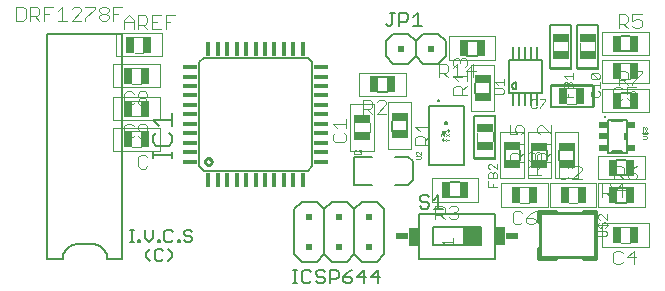
<source format=gto>
G75*
%MOIN*%
%OFA0B0*%
%FSLAX25Y25*%
%IPPOS*%
%LPD*%
%AMOC8*
5,1,8,0,0,1.08239X$1,22.5*
%
%ADD10C,0.00700*%
%ADD11C,0.00200*%
%ADD12C,0.00400*%
%ADD13R,0.02953X0.05709*%
%ADD14R,0.05709X0.02953*%
%ADD15C,0.00800*%
%ADD16C,0.00100*%
%ADD17C,0.01000*%
%ADD18C,0.00600*%
%ADD19R,0.01574X0.04528*%
%ADD20R,0.01575X0.04528*%
%ADD21R,0.01575X0.04528*%
%ADD22R,0.04528X0.01574*%
%ADD23R,0.04528X0.01575*%
%ADD24R,0.04528X0.01575*%
%ADD25C,0.00500*%
%ADD26R,0.02000X0.02000*%
%ADD27R,0.05512X0.02559*%
%ADD28R,0.02559X0.05512*%
%ADD29C,0.00300*%
%ADD30R,0.06000X0.06000*%
%ADD31R,0.03600X0.05900*%
%ADD32R,0.04200X0.02400*%
%ADD33R,0.02559X0.01969*%
%ADD34C,0.01000*%
%ADD35R,0.00984X0.03937*%
D10*
X0040610Y0016739D02*
X0041953Y0016739D01*
X0041282Y0016739D02*
X0041282Y0020767D01*
X0041953Y0020767D02*
X0040610Y0020767D01*
X0045686Y0020767D02*
X0045686Y0018082D01*
X0047028Y0016739D01*
X0048371Y0018082D01*
X0048371Y0020767D01*
X0052211Y0020096D02*
X0052211Y0017411D01*
X0052882Y0016739D01*
X0054225Y0016739D01*
X0054896Y0017411D01*
X0056561Y0017411D02*
X0057232Y0017411D01*
X0057232Y0016739D01*
X0056561Y0016739D01*
X0056561Y0017411D01*
X0058736Y0017411D02*
X0059407Y0016739D01*
X0060750Y0016739D01*
X0061421Y0017411D01*
X0061421Y0018082D01*
X0060750Y0018753D01*
X0059407Y0018753D01*
X0058736Y0019425D01*
X0058736Y0020096D01*
X0059407Y0020767D01*
X0060750Y0020767D01*
X0061421Y0020096D01*
X0054896Y0020096D02*
X0054225Y0020767D01*
X0052882Y0020767D01*
X0052211Y0020096D01*
X0050707Y0017411D02*
X0050707Y0016739D01*
X0050036Y0016739D01*
X0050036Y0017411D01*
X0050707Y0017411D01*
X0050906Y0014335D02*
X0049563Y0014335D01*
X0048892Y0013664D01*
X0048892Y0010978D01*
X0049563Y0010307D01*
X0050906Y0010307D01*
X0051577Y0010978D01*
X0053242Y0010307D02*
X0054584Y0011650D01*
X0054584Y0012992D01*
X0053242Y0014335D01*
X0051577Y0013664D02*
X0050906Y0014335D01*
X0047334Y0014335D02*
X0045991Y0012992D01*
X0045991Y0011650D01*
X0047334Y0010307D01*
X0044182Y0016739D02*
X0043510Y0016739D01*
X0043510Y0017411D01*
X0044182Y0017411D01*
X0044182Y0016739D01*
D11*
X0050630Y0047098D02*
X0035094Y0047098D01*
X0035094Y0054838D01*
X0050630Y0054838D01*
X0050630Y0047098D01*
X0050621Y0057317D02*
X0035086Y0057317D01*
X0035086Y0065057D01*
X0050621Y0065057D01*
X0050621Y0057317D01*
X0050621Y0068241D02*
X0035086Y0068241D01*
X0035086Y0075981D01*
X0050621Y0075981D01*
X0050621Y0068241D01*
X0051423Y0078560D02*
X0035888Y0078560D01*
X0035888Y0086300D01*
X0051423Y0086300D01*
X0051423Y0078560D01*
X0114169Y0062560D02*
X0114169Y0047025D01*
X0121909Y0047025D01*
X0121909Y0062560D01*
X0114169Y0062560D01*
X0117077Y0065436D02*
X0117077Y0073176D01*
X0132612Y0073176D01*
X0132612Y0065436D01*
X0117077Y0065436D01*
X0126779Y0063223D02*
X0134519Y0063223D01*
X0134519Y0047688D01*
X0126779Y0047688D01*
X0126779Y0063223D01*
X0144540Y0052588D02*
X0144706Y0052588D01*
X0145374Y0051921D01*
X0145540Y0051921D01*
X0145540Y0052588D01*
X0146040Y0052588D02*
X0147040Y0051921D01*
X0147040Y0052588D02*
X0146040Y0051921D01*
X0146040Y0051088D02*
X0146206Y0051088D01*
X0146540Y0050754D01*
X0147040Y0050754D01*
X0146540Y0050754D02*
X0146206Y0050421D01*
X0146040Y0050421D01*
X0145640Y0050821D02*
X0144640Y0050821D01*
X0145140Y0051321D01*
X0144640Y0050821D02*
X0145140Y0050321D01*
X0144540Y0051921D02*
X0144540Y0052588D01*
X0145040Y0053321D02*
X0145042Y0053341D01*
X0145048Y0053359D01*
X0145057Y0053377D01*
X0145069Y0053392D01*
X0145084Y0053404D01*
X0145102Y0053413D01*
X0145120Y0053419D01*
X0145140Y0053421D01*
X0145160Y0053419D01*
X0145178Y0053413D01*
X0145196Y0053404D01*
X0145211Y0053392D01*
X0145223Y0053377D01*
X0145232Y0053359D01*
X0145238Y0053341D01*
X0145240Y0053321D01*
X0145238Y0053301D01*
X0145232Y0053283D01*
X0145223Y0053265D01*
X0145211Y0053250D01*
X0145196Y0053238D01*
X0145178Y0053229D01*
X0145160Y0053223D01*
X0145140Y0053221D01*
X0145120Y0053223D01*
X0145102Y0053229D01*
X0145084Y0053238D01*
X0145069Y0053250D01*
X0145057Y0053265D01*
X0145048Y0053283D01*
X0145042Y0053301D01*
X0145040Y0053321D01*
X0144640Y0053321D02*
X0144642Y0053365D01*
X0144648Y0053409D01*
X0144658Y0053452D01*
X0144671Y0053494D01*
X0144688Y0053535D01*
X0144709Y0053574D01*
X0144733Y0053611D01*
X0144760Y0053646D01*
X0144790Y0053678D01*
X0144823Y0053708D01*
X0144859Y0053734D01*
X0144896Y0053758D01*
X0144936Y0053777D01*
X0144977Y0053794D01*
X0145020Y0053806D01*
X0145063Y0053815D01*
X0145107Y0053820D01*
X0145151Y0053821D01*
X0145195Y0053818D01*
X0145239Y0053811D01*
X0145282Y0053800D01*
X0145324Y0053786D01*
X0145364Y0053768D01*
X0145403Y0053746D01*
X0145439Y0053722D01*
X0145473Y0053694D01*
X0145505Y0053663D01*
X0145534Y0053629D01*
X0145560Y0053593D01*
X0145582Y0053555D01*
X0145601Y0053515D01*
X0145616Y0053473D01*
X0145628Y0053431D01*
X0145636Y0053387D01*
X0145640Y0053343D01*
X0145640Y0053299D01*
X0145636Y0053255D01*
X0145628Y0053211D01*
X0145616Y0053169D01*
X0145601Y0053127D01*
X0145582Y0053087D01*
X0145560Y0053049D01*
X0145534Y0053013D01*
X0145505Y0052979D01*
X0145473Y0052948D01*
X0145439Y0052920D01*
X0145403Y0052896D01*
X0145364Y0052874D01*
X0145324Y0052856D01*
X0145282Y0052842D01*
X0145239Y0052831D01*
X0145195Y0052824D01*
X0145151Y0052821D01*
X0145107Y0052822D01*
X0145063Y0052827D01*
X0145020Y0052836D01*
X0144977Y0052848D01*
X0144936Y0052865D01*
X0144896Y0052884D01*
X0144859Y0052908D01*
X0144823Y0052934D01*
X0144790Y0052964D01*
X0144760Y0052996D01*
X0144733Y0053031D01*
X0144709Y0053068D01*
X0144688Y0053107D01*
X0144671Y0053148D01*
X0144658Y0053190D01*
X0144648Y0053233D01*
X0144642Y0053277D01*
X0144640Y0053321D01*
X0146140Y0053821D02*
X0146640Y0054321D01*
X0147140Y0053821D01*
X0146640Y0053321D02*
X0146640Y0054321D01*
X0155494Y0059069D02*
X0162447Y0059069D01*
X0162447Y0044321D01*
X0155494Y0044321D01*
X0155494Y0059069D01*
X0154410Y0060254D02*
X0162150Y0060254D01*
X0162150Y0075789D01*
X0154410Y0075789D01*
X0154410Y0060254D01*
X0164210Y0053389D02*
X0171950Y0053389D01*
X0171950Y0037854D01*
X0164210Y0037854D01*
X0164210Y0053389D01*
X0173310Y0053389D02*
X0181050Y0053389D01*
X0181050Y0037854D01*
X0173310Y0037854D01*
X0173310Y0053389D01*
X0182410Y0053389D02*
X0190150Y0053389D01*
X0190150Y0037854D01*
X0182410Y0037854D01*
X0182410Y0053389D01*
X0196712Y0045292D02*
X0212248Y0045292D01*
X0212248Y0037552D01*
X0196712Y0037552D01*
X0196712Y0045292D01*
X0196712Y0036192D02*
X0196712Y0028452D01*
X0212248Y0028452D01*
X0212248Y0036192D01*
X0196712Y0036192D01*
X0196148Y0036192D02*
X0196148Y0028452D01*
X0180612Y0028452D01*
X0180612Y0036192D01*
X0196148Y0036192D01*
X0180048Y0036192D02*
X0180048Y0028452D01*
X0164512Y0028452D01*
X0164512Y0036192D01*
X0180048Y0036192D01*
X0196807Y0025572D02*
X0196807Y0024637D01*
X0197274Y0024170D01*
X0197274Y0023276D02*
X0196807Y0022809D01*
X0196807Y0021875D01*
X0197274Y0021408D01*
X0197741Y0021408D01*
X0198208Y0021875D01*
X0198208Y0022809D01*
X0198675Y0023276D01*
X0199142Y0023276D01*
X0199609Y0022809D01*
X0199609Y0021875D01*
X0199142Y0021408D01*
X0199142Y0020514D02*
X0196807Y0020514D01*
X0196807Y0018646D02*
X0199142Y0018646D01*
X0199609Y0019113D01*
X0199609Y0020047D01*
X0199142Y0020514D01*
X0200076Y0022342D02*
X0196340Y0022342D01*
X0198112Y0022892D02*
X0198112Y0015152D01*
X0213648Y0015152D01*
X0213648Y0022892D01*
X0198112Y0022892D01*
X0199609Y0024170D02*
X0197741Y0026039D01*
X0197274Y0026039D01*
X0196807Y0025572D01*
X0199609Y0026039D02*
X0199609Y0024170D01*
X0156769Y0030170D02*
X0156769Y0037911D01*
X0141233Y0037911D01*
X0141233Y0030170D01*
X0156769Y0030170D01*
X0198112Y0059952D02*
X0198112Y0067692D01*
X0213648Y0067692D01*
X0213648Y0059952D01*
X0198112Y0059952D01*
X0195426Y0061874D02*
X0195426Y0068827D01*
X0180678Y0068827D01*
X0180678Y0061874D01*
X0195426Y0061874D01*
X0198112Y0069752D02*
X0198112Y0077492D01*
X0213648Y0077492D01*
X0213648Y0069752D01*
X0198112Y0069752D01*
X0196732Y0074401D02*
X0189779Y0074401D01*
X0189779Y0089149D01*
X0196732Y0089149D01*
X0196732Y0074401D01*
X0187710Y0074412D02*
X0180757Y0074412D01*
X0180757Y0089160D01*
X0187710Y0089160D01*
X0187710Y0074412D01*
X0198112Y0078852D02*
X0198112Y0086592D01*
X0213648Y0086592D01*
X0213648Y0078852D01*
X0198112Y0078852D01*
X0162548Y0077452D02*
X0162548Y0085192D01*
X0147012Y0085192D01*
X0147012Y0077452D01*
X0162548Y0077452D01*
D12*
X0155178Y0076126D02*
X0152876Y0073824D01*
X0155945Y0073824D01*
X0153080Y0073395D02*
X0153080Y0070326D01*
X0153080Y0071860D02*
X0148476Y0071860D01*
X0150011Y0070326D01*
X0149807Y0071522D02*
X0149807Y0076126D01*
X0148272Y0074591D01*
X0149243Y0074930D02*
X0148476Y0075697D01*
X0148476Y0077232D01*
X0149243Y0077999D01*
X0150011Y0077999D01*
X0150778Y0077232D01*
X0151545Y0077999D01*
X0152313Y0077999D01*
X0153080Y0077232D01*
X0153080Y0075697D01*
X0152313Y0074930D01*
X0150778Y0076464D02*
X0150778Y0077232D01*
X0146738Y0075358D02*
X0146738Y0073824D01*
X0145970Y0073056D01*
X0143668Y0073056D01*
X0143668Y0071522D02*
X0143668Y0076126D01*
X0145970Y0076126D01*
X0146738Y0075358D01*
X0145203Y0073056D02*
X0146738Y0071522D01*
X0148272Y0071522D02*
X0151341Y0071522D01*
X0155178Y0071522D02*
X0155178Y0076126D01*
X0153080Y0068791D02*
X0151545Y0067256D01*
X0151545Y0068024D02*
X0151545Y0065722D01*
X0153080Y0065722D02*
X0148476Y0065722D01*
X0148476Y0068024D01*
X0149243Y0068791D01*
X0150778Y0068791D01*
X0151545Y0068024D01*
X0140449Y0056621D02*
X0140449Y0053552D01*
X0140449Y0052017D02*
X0138915Y0050482D01*
X0138915Y0051250D02*
X0138915Y0048948D01*
X0140449Y0048948D02*
X0135845Y0048948D01*
X0135845Y0051250D01*
X0136613Y0052017D01*
X0138147Y0052017D01*
X0138915Y0051250D01*
X0137380Y0053552D02*
X0135845Y0055086D01*
X0140449Y0055086D01*
X0126010Y0059506D02*
X0122941Y0059506D01*
X0126010Y0062575D01*
X0126010Y0063343D01*
X0125243Y0064110D01*
X0123708Y0064110D01*
X0122941Y0063343D01*
X0121406Y0063343D02*
X0121406Y0061808D01*
X0120639Y0061041D01*
X0118337Y0061041D01*
X0119871Y0061041D02*
X0121406Y0059506D01*
X0118337Y0059506D02*
X0118337Y0064110D01*
X0120639Y0064110D01*
X0121406Y0063343D01*
X0112839Y0057666D02*
X0112839Y0054597D01*
X0112072Y0053062D02*
X0112839Y0052295D01*
X0112839Y0050760D01*
X0112072Y0049993D01*
X0109002Y0049993D01*
X0108235Y0050760D01*
X0108235Y0052295D01*
X0109002Y0053062D01*
X0109770Y0054597D02*
X0108235Y0056131D01*
X0112839Y0056131D01*
X0115441Y0056293D02*
X0115441Y0053293D01*
X0120637Y0053391D02*
X0120637Y0056293D01*
X0156372Y0053097D02*
X0156372Y0050195D01*
X0161569Y0050195D02*
X0161569Y0053195D01*
X0167376Y0052530D02*
X0167376Y0055599D01*
X0168911Y0054832D02*
X0168911Y0054064D01*
X0169678Y0052530D01*
X0167376Y0052530D01*
X0167376Y0049460D02*
X0171980Y0049460D01*
X0171980Y0047926D02*
X0171980Y0050995D01*
X0171213Y0052530D02*
X0171980Y0053297D01*
X0171980Y0054832D01*
X0171213Y0055599D01*
X0169678Y0055599D01*
X0168911Y0054832D01*
X0176476Y0054832D02*
X0176476Y0053297D01*
X0177243Y0052530D01*
X0178011Y0055599D02*
X0181080Y0052530D01*
X0181080Y0055599D01*
X0178011Y0055599D02*
X0177243Y0055599D01*
X0176476Y0054832D01*
X0181080Y0050995D02*
X0181080Y0047926D01*
X0181080Y0046391D02*
X0179545Y0044856D01*
X0179545Y0045624D02*
X0179545Y0043322D01*
X0181080Y0043322D02*
X0176476Y0043322D01*
X0176476Y0045624D01*
X0177243Y0046391D01*
X0178778Y0046391D01*
X0179545Y0045624D01*
X0177880Y0046020D02*
X0177880Y0044485D01*
X0177113Y0043718D01*
X0176345Y0043718D01*
X0175578Y0044485D01*
X0175578Y0046020D01*
X0176345Y0046787D01*
X0177113Y0046787D01*
X0177880Y0046020D01*
X0178011Y0047926D02*
X0176476Y0049460D01*
X0181080Y0049460D01*
X0175578Y0046020D02*
X0174811Y0046787D01*
X0174043Y0046787D01*
X0173276Y0046020D01*
X0173276Y0044485D01*
X0174043Y0043718D01*
X0174811Y0043718D01*
X0175578Y0044485D01*
X0175578Y0042183D02*
X0174043Y0042183D01*
X0173276Y0041416D01*
X0173276Y0039114D01*
X0177880Y0039114D01*
X0176345Y0039114D02*
X0176345Y0041416D01*
X0175578Y0042183D01*
X0176345Y0040649D02*
X0177880Y0042183D01*
X0183580Y0041358D02*
X0183580Y0038289D01*
X0184347Y0037522D01*
X0185882Y0037522D01*
X0186649Y0038289D01*
X0188184Y0037522D02*
X0191253Y0040591D01*
X0191253Y0041358D01*
X0190486Y0042126D01*
X0188951Y0042126D01*
X0188184Y0041358D01*
X0186649Y0041358D02*
X0185882Y0042126D01*
X0184347Y0042126D01*
X0183580Y0041358D01*
X0188184Y0037522D02*
X0191253Y0037522D01*
X0189880Y0034920D02*
X0186880Y0034920D01*
X0186978Y0029723D02*
X0189880Y0029723D01*
X0197972Y0031622D02*
X0197972Y0036226D01*
X0200274Y0036226D01*
X0201041Y0035458D01*
X0201041Y0033924D01*
X0200274Y0033156D01*
X0197972Y0033156D01*
X0199507Y0033156D02*
X0201041Y0031622D01*
X0202576Y0033924D02*
X0205645Y0033924D01*
X0204878Y0036226D02*
X0202576Y0033924D01*
X0204878Y0031622D02*
X0204878Y0036226D01*
X0205249Y0037522D02*
X0203715Y0039056D01*
X0204482Y0039056D02*
X0202180Y0039056D01*
X0202180Y0037522D02*
X0202180Y0042126D01*
X0204482Y0042126D01*
X0205249Y0041358D01*
X0205249Y0039824D01*
X0204482Y0039056D01*
X0206784Y0038289D02*
X0207551Y0037522D01*
X0209086Y0037522D01*
X0209853Y0038289D01*
X0209853Y0039056D01*
X0209086Y0039824D01*
X0206784Y0039824D01*
X0206784Y0038289D01*
X0206784Y0039824D02*
X0208319Y0041358D01*
X0209853Y0042126D01*
X0175945Y0027126D02*
X0174411Y0026358D01*
X0172876Y0024824D01*
X0175178Y0024824D01*
X0175945Y0024056D01*
X0175945Y0023289D01*
X0175178Y0022522D01*
X0173643Y0022522D01*
X0172876Y0023289D01*
X0172876Y0024824D01*
X0171341Y0023289D02*
X0170574Y0022522D01*
X0169039Y0022522D01*
X0168272Y0023289D01*
X0168272Y0026358D01*
X0169039Y0027126D01*
X0170574Y0027126D01*
X0171341Y0026358D01*
X0170780Y0029723D02*
X0173780Y0029723D01*
X0173682Y0034920D02*
X0170780Y0034920D01*
X0170445Y0043322D02*
X0170445Y0045624D01*
X0169678Y0046391D01*
X0168143Y0046391D01*
X0167376Y0045624D01*
X0167376Y0043322D01*
X0171980Y0043322D01*
X0170445Y0044856D02*
X0171980Y0046391D01*
X0168911Y0047926D02*
X0167376Y0049460D01*
X0186552Y0062752D02*
X0189552Y0062752D01*
X0189453Y0067949D02*
X0186552Y0067949D01*
X0201872Y0067658D02*
X0201872Y0064589D01*
X0202639Y0063822D01*
X0204174Y0063822D01*
X0204941Y0064589D01*
X0206476Y0064589D02*
X0207243Y0063822D01*
X0208778Y0063822D01*
X0209545Y0064589D01*
X0209545Y0066124D01*
X0208778Y0066891D01*
X0208011Y0066891D01*
X0206476Y0066124D01*
X0206476Y0068426D01*
X0209545Y0068426D01*
X0208184Y0069022D02*
X0208184Y0069789D01*
X0211253Y0072858D01*
X0211253Y0073626D01*
X0208184Y0073626D01*
X0206649Y0072858D02*
X0206649Y0071324D01*
X0205882Y0070556D01*
X0203580Y0070556D01*
X0204380Y0071023D02*
X0207380Y0071023D01*
X0206649Y0069022D02*
X0205115Y0070556D01*
X0203580Y0069022D02*
X0203580Y0073626D01*
X0205882Y0073626D01*
X0206649Y0072858D01*
X0207282Y0076220D02*
X0204380Y0076220D01*
X0195854Y0080275D02*
X0195854Y0083275D01*
X0190657Y0083176D02*
X0190657Y0080275D01*
X0186832Y0080286D02*
X0186832Y0083286D01*
X0181635Y0083188D02*
X0181635Y0080286D01*
X0203580Y0087922D02*
X0203580Y0092526D01*
X0205882Y0092526D01*
X0206649Y0091758D01*
X0206649Y0090224D01*
X0205882Y0089456D01*
X0203580Y0089456D01*
X0205115Y0089456D02*
X0206649Y0087922D01*
X0208184Y0088689D02*
X0208951Y0087922D01*
X0210486Y0087922D01*
X0211253Y0088689D01*
X0211253Y0090224D01*
X0210486Y0090991D01*
X0209719Y0090991D01*
X0208184Y0090224D01*
X0208184Y0092526D01*
X0211253Y0092526D01*
X0204174Y0068426D02*
X0202639Y0068426D01*
X0201872Y0067658D01*
X0204174Y0068426D02*
X0204941Y0067658D01*
X0150166Y0028077D02*
X0149399Y0028844D01*
X0147864Y0028844D01*
X0147097Y0028077D01*
X0145563Y0028077D02*
X0145563Y0026542D01*
X0144795Y0025775D01*
X0142493Y0025775D01*
X0142493Y0024240D02*
X0142493Y0028844D01*
X0144795Y0028844D01*
X0145563Y0028077D01*
X0148632Y0026542D02*
X0149399Y0026542D01*
X0150166Y0025775D01*
X0150166Y0025008D01*
X0149399Y0024240D01*
X0147864Y0024240D01*
X0147097Y0025008D01*
X0145563Y0024240D02*
X0144028Y0025775D01*
X0149399Y0026542D02*
X0150166Y0027310D01*
X0150166Y0028077D01*
X0201872Y0013058D02*
X0201872Y0009989D01*
X0202639Y0009222D01*
X0204174Y0009222D01*
X0204941Y0009989D01*
X0206476Y0011524D02*
X0209545Y0011524D01*
X0208778Y0013826D02*
X0206476Y0011524D01*
X0204941Y0013058D02*
X0204174Y0013826D01*
X0202639Y0013826D01*
X0201872Y0013058D01*
X0204380Y0016423D02*
X0207380Y0016423D01*
X0208778Y0013826D02*
X0208778Y0009222D01*
X0207282Y0021620D02*
X0204380Y0021620D01*
X0055737Y0092234D02*
X0052667Y0092234D01*
X0052667Y0087630D01*
X0051133Y0087630D02*
X0048063Y0087630D01*
X0048063Y0092234D01*
X0051133Y0092234D01*
X0052667Y0089932D02*
X0054202Y0089932D01*
X0049598Y0089932D02*
X0048063Y0089932D01*
X0046529Y0089932D02*
X0045761Y0089165D01*
X0043460Y0089165D01*
X0044994Y0089165D02*
X0046529Y0087630D01*
X0043460Y0087630D02*
X0043460Y0092234D01*
X0045761Y0092234D01*
X0046529Y0091467D01*
X0046529Y0089932D01*
X0041925Y0089932D02*
X0038856Y0089932D01*
X0038856Y0090699D02*
X0040390Y0092234D01*
X0041925Y0090699D01*
X0041925Y0087630D01*
X0038856Y0087630D02*
X0038856Y0090699D01*
X0036629Y0092751D02*
X0035094Y0092751D01*
X0033559Y0093518D02*
X0032792Y0092751D01*
X0031258Y0092751D01*
X0030490Y0093518D01*
X0030490Y0094285D01*
X0031258Y0095052D01*
X0032792Y0095052D01*
X0033559Y0094285D01*
X0033559Y0093518D01*
X0032792Y0092751D02*
X0033559Y0091983D01*
X0033559Y0091216D01*
X0032792Y0090449D01*
X0031258Y0090449D01*
X0030490Y0091216D01*
X0030490Y0091983D01*
X0031258Y0092751D01*
X0028956Y0094285D02*
X0025886Y0091216D01*
X0025886Y0090449D01*
X0024352Y0090449D02*
X0021282Y0090449D01*
X0024352Y0093518D01*
X0024352Y0094285D01*
X0023584Y0095052D01*
X0022050Y0095052D01*
X0021282Y0094285D01*
X0018213Y0095052D02*
X0018213Y0090449D01*
X0016678Y0090449D02*
X0019748Y0090449D01*
X0013609Y0092751D02*
X0012075Y0092751D01*
X0010540Y0092751D02*
X0009773Y0091983D01*
X0007471Y0091983D01*
X0009005Y0091983D02*
X0010540Y0090449D01*
X0012075Y0090449D02*
X0012075Y0095052D01*
X0015144Y0095052D01*
X0016678Y0093518D02*
X0018213Y0095052D01*
X0025886Y0095052D02*
X0028956Y0095052D01*
X0028956Y0094285D01*
X0035094Y0095052D02*
X0038163Y0095052D01*
X0035094Y0095052D02*
X0035094Y0090449D01*
X0042156Y0085028D02*
X0045156Y0085028D01*
X0045156Y0079832D02*
X0042254Y0079832D01*
X0041354Y0074710D02*
X0044255Y0074710D01*
X0044354Y0069513D02*
X0041354Y0069513D01*
X0041148Y0066915D02*
X0039613Y0066915D01*
X0038846Y0066148D01*
X0038846Y0063079D01*
X0039613Y0062311D01*
X0041148Y0062311D01*
X0041915Y0063079D01*
X0041354Y0063786D02*
X0044255Y0063786D01*
X0043450Y0063846D02*
X0044217Y0064613D01*
X0045752Y0064613D01*
X0046519Y0063846D01*
X0046519Y0063079D01*
X0045752Y0062311D01*
X0044217Y0062311D01*
X0043450Y0063079D01*
X0043450Y0063846D01*
X0044217Y0064613D02*
X0043450Y0065381D01*
X0043450Y0066148D01*
X0044217Y0066915D01*
X0045752Y0066915D01*
X0046519Y0066148D01*
X0046519Y0065381D01*
X0045752Y0064613D01*
X0041915Y0066148D02*
X0041148Y0066915D01*
X0041354Y0058589D02*
X0044354Y0058589D01*
X0044217Y0055991D02*
X0043450Y0055224D01*
X0043450Y0054457D01*
X0044217Y0053689D01*
X0046519Y0053689D01*
X0046519Y0052155D02*
X0046519Y0055224D01*
X0045752Y0055991D01*
X0044217Y0055991D01*
X0041915Y0055224D02*
X0041148Y0055991D01*
X0039613Y0055991D01*
X0038846Y0055224D01*
X0038846Y0052155D01*
X0039613Y0051387D01*
X0041148Y0051387D01*
X0041915Y0052155D01*
X0041362Y0053566D02*
X0044264Y0053566D01*
X0043450Y0052155D02*
X0044217Y0051387D01*
X0045752Y0051387D01*
X0046519Y0052155D01*
X0044362Y0048370D02*
X0041362Y0048370D01*
X0044225Y0045772D02*
X0043458Y0045005D01*
X0043458Y0041935D01*
X0044225Y0041168D01*
X0045760Y0041168D01*
X0046527Y0041935D01*
X0046527Y0045005D02*
X0045760Y0045772D01*
X0044225Y0045772D01*
X0007471Y0090449D02*
X0007471Y0095052D01*
X0009773Y0095052D01*
X0010540Y0094285D01*
X0010540Y0092751D01*
X0005936Y0094285D02*
X0005169Y0095052D01*
X0002867Y0095052D01*
X0002867Y0090449D01*
X0005169Y0090449D01*
X0005936Y0091216D01*
X0005936Y0094285D01*
D13*
X0040832Y0082435D03*
X0046532Y0082435D03*
X0045677Y0072107D03*
X0039977Y0072107D03*
X0039977Y0061183D03*
X0045677Y0061183D03*
X0045685Y0050964D03*
X0039985Y0050964D03*
X0169403Y0032317D03*
X0175103Y0032317D03*
X0185557Y0032326D03*
X0191257Y0032326D03*
X0203003Y0019017D03*
X0208703Y0019017D03*
X0190875Y0065346D03*
X0185175Y0065346D03*
X0203003Y0073617D03*
X0208703Y0073617D03*
D14*
X0193260Y0078898D03*
X0184238Y0078910D03*
X0184238Y0084610D03*
X0193260Y0084598D03*
X0158975Y0054519D03*
X0158975Y0048819D03*
X0118035Y0051969D03*
X0118035Y0057669D03*
D15*
X0140235Y0062163D02*
X0143385Y0062163D01*
X0143440Y0063758D02*
X0143442Y0063786D01*
X0143448Y0063813D01*
X0143457Y0063839D01*
X0143470Y0063864D01*
X0143487Y0063887D01*
X0143506Y0063907D01*
X0143528Y0063924D01*
X0143552Y0063938D01*
X0143578Y0063948D01*
X0143605Y0063955D01*
X0143633Y0063958D01*
X0143661Y0063957D01*
X0143688Y0063952D01*
X0143715Y0063943D01*
X0143740Y0063931D01*
X0143763Y0063916D01*
X0143784Y0063897D01*
X0143802Y0063876D01*
X0143817Y0063852D01*
X0143828Y0063826D01*
X0143836Y0063800D01*
X0143840Y0063772D01*
X0143840Y0063744D01*
X0143836Y0063716D01*
X0143828Y0063690D01*
X0143817Y0063664D01*
X0143802Y0063640D01*
X0143784Y0063619D01*
X0143763Y0063600D01*
X0143740Y0063585D01*
X0143715Y0063573D01*
X0143688Y0063564D01*
X0143661Y0063559D01*
X0143633Y0063558D01*
X0143605Y0063561D01*
X0143578Y0063568D01*
X0143552Y0063578D01*
X0143528Y0063592D01*
X0143506Y0063609D01*
X0143487Y0063629D01*
X0143470Y0063652D01*
X0143457Y0063677D01*
X0143448Y0063703D01*
X0143442Y0063730D01*
X0143440Y0063758D01*
X0148896Y0062163D02*
X0152046Y0062163D01*
X0145746Y0056258D02*
X0145748Y0056297D01*
X0145754Y0056336D01*
X0145764Y0056374D01*
X0145777Y0056411D01*
X0145794Y0056446D01*
X0145814Y0056480D01*
X0145838Y0056511D01*
X0145865Y0056540D01*
X0145894Y0056566D01*
X0145926Y0056589D01*
X0145960Y0056609D01*
X0145996Y0056625D01*
X0146033Y0056637D01*
X0146072Y0056646D01*
X0146111Y0056651D01*
X0146150Y0056652D01*
X0146189Y0056649D01*
X0146228Y0056642D01*
X0146265Y0056631D01*
X0146302Y0056617D01*
X0146337Y0056599D01*
X0146370Y0056578D01*
X0146401Y0056553D01*
X0146429Y0056526D01*
X0146454Y0056496D01*
X0146476Y0056463D01*
X0146495Y0056429D01*
X0146510Y0056393D01*
X0146522Y0056355D01*
X0146530Y0056317D01*
X0146534Y0056278D01*
X0146534Y0056238D01*
X0146530Y0056199D01*
X0146522Y0056161D01*
X0146510Y0056123D01*
X0146495Y0056087D01*
X0146476Y0056053D01*
X0146454Y0056020D01*
X0146429Y0055990D01*
X0146401Y0055963D01*
X0146370Y0055938D01*
X0146337Y0055917D01*
X0146302Y0055899D01*
X0146265Y0055885D01*
X0146228Y0055874D01*
X0146189Y0055867D01*
X0146150Y0055864D01*
X0146111Y0055865D01*
X0146072Y0055870D01*
X0146033Y0055879D01*
X0145996Y0055891D01*
X0145960Y0055907D01*
X0145926Y0055927D01*
X0145894Y0055950D01*
X0145865Y0055976D01*
X0145838Y0056005D01*
X0145814Y0056036D01*
X0145794Y0056070D01*
X0145777Y0056105D01*
X0145764Y0056142D01*
X0145754Y0056180D01*
X0145748Y0056219D01*
X0145746Y0056258D01*
X0166934Y0066350D02*
X0166934Y0077374D01*
X0177958Y0077374D01*
X0177958Y0066350D01*
X0166934Y0066350D01*
X0169297Y0067531D02*
X0169297Y0069893D01*
X0169230Y0069891D01*
X0169162Y0069885D01*
X0169096Y0069876D01*
X0169030Y0069862D01*
X0168964Y0069845D01*
X0168900Y0069824D01*
X0168837Y0069800D01*
X0168776Y0069772D01*
X0168716Y0069740D01*
X0168659Y0069706D01*
X0168603Y0069667D01*
X0168549Y0069626D01*
X0168498Y0069582D01*
X0168450Y0069535D01*
X0168404Y0069485D01*
X0168362Y0069433D01*
X0168322Y0069379D01*
X0168286Y0069322D01*
X0168252Y0069263D01*
X0168223Y0069203D01*
X0168196Y0069140D01*
X0168174Y0069077D01*
X0168155Y0069012D01*
X0168140Y0068947D01*
X0168128Y0068880D01*
X0168120Y0068813D01*
X0168116Y0068746D01*
X0168116Y0068678D01*
X0168120Y0068611D01*
X0168128Y0068544D01*
X0168140Y0068477D01*
X0168155Y0068412D01*
X0168174Y0068347D01*
X0168196Y0068284D01*
X0168223Y0068221D01*
X0168252Y0068161D01*
X0168286Y0068102D01*
X0168322Y0068045D01*
X0168362Y0067991D01*
X0168404Y0067939D01*
X0168450Y0067889D01*
X0168498Y0067842D01*
X0168549Y0067798D01*
X0168603Y0067757D01*
X0168659Y0067718D01*
X0168716Y0067684D01*
X0168776Y0067652D01*
X0168837Y0067624D01*
X0168900Y0067600D01*
X0168964Y0067579D01*
X0169030Y0067562D01*
X0169096Y0067548D01*
X0169162Y0067539D01*
X0169230Y0067533D01*
X0169297Y0067531D01*
X0201389Y0056922D02*
X0204771Y0056922D01*
X0205871Y0052978D02*
X0205871Y0050865D01*
X0204771Y0046922D02*
X0201389Y0046922D01*
X0152046Y0042478D02*
X0148896Y0042478D01*
X0143385Y0042478D02*
X0140235Y0042478D01*
X0135124Y0043549D02*
X0133549Y0045123D01*
X0129219Y0045123D01*
X0135124Y0043549D02*
X0135124Y0037249D01*
X0133549Y0035675D01*
X0129219Y0035675D01*
X0121345Y0035675D02*
X0115439Y0035675D01*
X0115439Y0045123D01*
X0121345Y0045123D01*
X0101480Y0041905D02*
X0099905Y0040330D01*
X0065259Y0040330D01*
X0063684Y0041905D01*
X0063684Y0076551D01*
X0065259Y0078125D01*
X0099905Y0078125D01*
X0101480Y0076551D01*
X0101480Y0041905D01*
D16*
X0115332Y0046136D02*
X0115582Y0045886D01*
X0116082Y0045886D01*
X0116332Y0046136D01*
X0116805Y0046136D02*
X0117055Y0045886D01*
X0117555Y0045886D01*
X0117806Y0046136D01*
X0117806Y0046386D01*
X0117555Y0046637D01*
X0117305Y0046637D01*
X0117555Y0046637D02*
X0117806Y0046887D01*
X0117806Y0047137D01*
X0117555Y0047387D01*
X0117055Y0047387D01*
X0116805Y0047137D01*
X0116332Y0047137D02*
X0116082Y0047387D01*
X0115582Y0047387D01*
X0115332Y0047137D01*
X0115332Y0046136D01*
X0136089Y0046094D02*
X0136339Y0045844D01*
X0136089Y0046094D02*
X0136089Y0046595D01*
X0136339Y0046845D01*
X0136590Y0046845D01*
X0137590Y0045844D01*
X0137590Y0046845D01*
X0137340Y0045371D02*
X0136089Y0045371D01*
X0136089Y0044371D02*
X0137340Y0044371D01*
X0137590Y0044621D01*
X0137590Y0045121D01*
X0137340Y0045371D01*
X0211379Y0053026D02*
X0213380Y0053026D01*
X0213130Y0053276D02*
X0212880Y0053526D01*
X0212630Y0053526D01*
X0212379Y0053276D01*
X0212379Y0052775D01*
X0212129Y0052525D01*
X0211879Y0052525D01*
X0211629Y0052775D01*
X0211629Y0053276D01*
X0211879Y0053526D01*
X0211879Y0053999D02*
X0211629Y0054249D01*
X0211629Y0054749D01*
X0211879Y0054999D01*
X0212129Y0054999D01*
X0212379Y0054749D01*
X0212630Y0054999D01*
X0212880Y0054999D01*
X0213130Y0054749D01*
X0213130Y0054249D01*
X0212880Y0053999D01*
X0212379Y0054499D02*
X0212379Y0054749D01*
X0213130Y0053276D02*
X0213130Y0052775D01*
X0212880Y0052525D01*
X0212880Y0052053D02*
X0211629Y0052053D01*
X0211629Y0051052D02*
X0212880Y0051052D01*
X0213130Y0051302D01*
X0213130Y0051803D01*
X0212880Y0052053D01*
D17*
X0196166Y0026896D02*
X0191835Y0026896D01*
X0195772Y0026502D02*
X0177268Y0026502D01*
X0177268Y0011541D01*
X0195772Y0011541D01*
X0195772Y0026502D01*
X0196166Y0026896D02*
X0196166Y0011148D01*
X0191835Y0011148D01*
X0182780Y0011148D02*
X0176875Y0011148D01*
X0176875Y0014691D01*
X0176875Y0023352D02*
X0176875Y0026896D01*
X0182780Y0026896D01*
X0065721Y0043480D02*
X0065723Y0043547D01*
X0065729Y0043613D01*
X0065739Y0043679D01*
X0065753Y0043744D01*
X0065770Y0043808D01*
X0065792Y0043871D01*
X0065817Y0043933D01*
X0065846Y0043993D01*
X0065879Y0044051D01*
X0065914Y0044107D01*
X0065954Y0044161D01*
X0065996Y0044212D01*
X0066041Y0044261D01*
X0066089Y0044307D01*
X0066140Y0044350D01*
X0066193Y0044390D01*
X0066249Y0044427D01*
X0066307Y0044460D01*
X0066366Y0044490D01*
X0066427Y0044516D01*
X0066490Y0044539D01*
X0066554Y0044557D01*
X0066619Y0044572D01*
X0066685Y0044583D01*
X0066751Y0044590D01*
X0066817Y0044593D01*
X0066884Y0044592D01*
X0066950Y0044587D01*
X0067016Y0044578D01*
X0067082Y0044565D01*
X0067146Y0044548D01*
X0067209Y0044528D01*
X0067271Y0044503D01*
X0067332Y0044475D01*
X0067391Y0044444D01*
X0067447Y0044409D01*
X0067502Y0044371D01*
X0067554Y0044329D01*
X0067603Y0044284D01*
X0067650Y0044237D01*
X0067694Y0044187D01*
X0067734Y0044134D01*
X0067772Y0044079D01*
X0067806Y0044022D01*
X0067837Y0043963D01*
X0067864Y0043902D01*
X0067887Y0043840D01*
X0067907Y0043776D01*
X0067923Y0043711D01*
X0067935Y0043646D01*
X0067943Y0043580D01*
X0067947Y0043513D01*
X0067947Y0043447D01*
X0067943Y0043380D01*
X0067935Y0043314D01*
X0067923Y0043249D01*
X0067907Y0043184D01*
X0067887Y0043120D01*
X0067864Y0043058D01*
X0067837Y0042997D01*
X0067806Y0042938D01*
X0067772Y0042881D01*
X0067734Y0042826D01*
X0067694Y0042773D01*
X0067650Y0042723D01*
X0067603Y0042676D01*
X0067554Y0042631D01*
X0067502Y0042589D01*
X0067447Y0042551D01*
X0067390Y0042516D01*
X0067332Y0042485D01*
X0067271Y0042457D01*
X0067209Y0042432D01*
X0067146Y0042412D01*
X0067082Y0042395D01*
X0067016Y0042382D01*
X0066950Y0042373D01*
X0066884Y0042368D01*
X0066817Y0042367D01*
X0066751Y0042370D01*
X0066685Y0042377D01*
X0066619Y0042388D01*
X0066554Y0042403D01*
X0066490Y0042421D01*
X0066427Y0042444D01*
X0066366Y0042470D01*
X0066307Y0042500D01*
X0066249Y0042533D01*
X0066193Y0042570D01*
X0066140Y0042610D01*
X0066089Y0042653D01*
X0066041Y0042699D01*
X0065996Y0042748D01*
X0065954Y0042799D01*
X0065914Y0042853D01*
X0065879Y0042909D01*
X0065846Y0042967D01*
X0065817Y0043027D01*
X0065792Y0043089D01*
X0065770Y0043152D01*
X0065753Y0043216D01*
X0065739Y0043281D01*
X0065729Y0043347D01*
X0065723Y0043413D01*
X0065721Y0043480D01*
D18*
X0054782Y0044528D02*
X0054782Y0046663D01*
X0054782Y0045595D02*
X0048377Y0045595D01*
X0048377Y0044528D02*
X0048377Y0046663D01*
X0049444Y0048825D02*
X0053714Y0048825D01*
X0054782Y0049892D01*
X0054782Y0052027D01*
X0053714Y0053095D01*
X0054782Y0055270D02*
X0054782Y0059541D01*
X0054782Y0057405D02*
X0048377Y0057405D01*
X0050512Y0055270D01*
X0049444Y0053095D02*
X0048377Y0052027D01*
X0048377Y0049892D01*
X0049444Y0048825D01*
X0095406Y0027667D02*
X0095406Y0012667D01*
X0097906Y0010167D01*
X0102906Y0010167D01*
X0105406Y0012667D01*
X0105406Y0027667D01*
X0102906Y0030167D01*
X0097906Y0030167D01*
X0095406Y0027667D01*
X0105406Y0027667D02*
X0107906Y0030167D01*
X0112906Y0030167D01*
X0115406Y0027667D01*
X0115406Y0012667D01*
X0112906Y0010167D01*
X0107906Y0010167D01*
X0105406Y0012667D01*
X0115406Y0012667D02*
X0117906Y0010167D01*
X0122906Y0010167D01*
X0125406Y0012667D01*
X0125406Y0027667D01*
X0122906Y0030167D01*
X0117906Y0030167D01*
X0115406Y0027667D01*
X0137088Y0026051D02*
X0162288Y0026051D01*
X0162288Y0011051D01*
X0137088Y0011051D01*
X0137088Y0026051D01*
X0141688Y0021551D02*
X0157688Y0021551D01*
X0157688Y0015551D01*
X0141688Y0015551D01*
X0141688Y0021551D01*
X0147387Y0031540D02*
X0150615Y0031540D01*
X0150615Y0036540D02*
X0147387Y0036540D01*
X0165580Y0044008D02*
X0165580Y0047236D01*
X0170580Y0047236D02*
X0170580Y0044008D01*
X0174680Y0044008D02*
X0174680Y0047236D01*
X0179680Y0047236D02*
X0179680Y0044008D01*
X0183780Y0044008D02*
X0183780Y0047236D01*
X0188780Y0047236D02*
X0188780Y0044008D01*
X0199930Y0046410D02*
X0206230Y0046410D01*
X0206230Y0057434D01*
X0199930Y0057434D01*
X0199930Y0046410D01*
X0202866Y0043922D02*
X0206094Y0043922D01*
X0206094Y0038922D02*
X0202866Y0038922D01*
X0202866Y0034822D02*
X0206094Y0034822D01*
X0206094Y0029822D02*
X0202866Y0029822D01*
X0204266Y0061322D02*
X0207494Y0061322D01*
X0207494Y0066322D02*
X0204266Y0066322D01*
X0204266Y0080222D02*
X0207494Y0080222D01*
X0207494Y0085222D02*
X0204266Y0085222D01*
X0160780Y0069636D02*
X0160780Y0066408D01*
X0155780Y0066408D02*
X0155780Y0069636D01*
X0145979Y0078677D02*
X0143479Y0076177D01*
X0138479Y0076177D01*
X0135979Y0078677D01*
X0133479Y0076177D01*
X0128479Y0076177D01*
X0125979Y0078677D01*
X0125979Y0083677D01*
X0128479Y0086177D01*
X0133479Y0086177D01*
X0135979Y0083677D01*
X0138479Y0086177D01*
X0143479Y0086177D01*
X0145979Y0083677D01*
X0145979Y0078677D01*
X0153166Y0078822D02*
X0156394Y0078822D01*
X0156394Y0083822D02*
X0153166Y0083822D01*
X0135979Y0083677D02*
X0135979Y0078677D01*
X0126459Y0071806D02*
X0123230Y0071806D01*
X0123230Y0066806D02*
X0126459Y0066806D01*
X0128149Y0057070D02*
X0128149Y0053841D01*
X0133149Y0053841D02*
X0133149Y0057070D01*
D19*
X0098330Y0037476D03*
X0082582Y0037476D03*
X0066834Y0037476D03*
X0066834Y0080980D03*
X0082582Y0080980D03*
X0098330Y0080980D03*
D20*
X0095180Y0080980D03*
X0092030Y0080980D03*
X0073134Y0080980D03*
X0069984Y0080980D03*
X0069984Y0037476D03*
X0073134Y0037476D03*
X0092030Y0037476D03*
X0095180Y0037476D03*
D21*
X0088881Y0037476D03*
X0085731Y0037476D03*
X0079433Y0037476D03*
X0076283Y0037476D03*
X0076283Y0080980D03*
X0079433Y0080980D03*
X0085731Y0080980D03*
X0088881Y0080980D03*
D22*
X0104334Y0074976D03*
X0104334Y0059228D03*
X0104334Y0043480D03*
X0060830Y0043480D03*
X0060830Y0059228D03*
X0060830Y0074976D03*
D23*
X0060830Y0071826D03*
X0060830Y0068676D03*
X0060830Y0049779D03*
X0060830Y0046629D03*
X0104334Y0046629D03*
X0104334Y0049779D03*
X0104334Y0068676D03*
X0104334Y0071826D03*
D24*
X0104334Y0065527D03*
X0104334Y0062377D03*
X0104334Y0056078D03*
X0104334Y0052928D03*
X0060830Y0052928D03*
X0060830Y0056078D03*
X0060830Y0062377D03*
X0060830Y0065527D03*
D25*
X0018219Y0010957D02*
X0013219Y0010957D01*
X0013219Y0085957D01*
X0038219Y0085957D01*
X0038219Y0010957D01*
X0033219Y0010957D01*
X0033217Y0011097D01*
X0033211Y0011237D01*
X0033201Y0011377D01*
X0033188Y0011517D01*
X0033170Y0011656D01*
X0033148Y0011795D01*
X0033123Y0011932D01*
X0033094Y0012070D01*
X0033061Y0012206D01*
X0033024Y0012341D01*
X0032983Y0012475D01*
X0032938Y0012608D01*
X0032890Y0012740D01*
X0032838Y0012870D01*
X0032783Y0012999D01*
X0032724Y0013126D01*
X0032661Y0013252D01*
X0032595Y0013376D01*
X0032526Y0013497D01*
X0032453Y0013617D01*
X0032376Y0013735D01*
X0032297Y0013850D01*
X0032214Y0013964D01*
X0032128Y0014074D01*
X0032039Y0014183D01*
X0031947Y0014289D01*
X0031852Y0014392D01*
X0031755Y0014493D01*
X0031654Y0014590D01*
X0031551Y0014685D01*
X0031445Y0014777D01*
X0031336Y0014866D01*
X0031226Y0014952D01*
X0031112Y0015035D01*
X0030997Y0015114D01*
X0030879Y0015191D01*
X0030759Y0015264D01*
X0030638Y0015333D01*
X0030514Y0015399D01*
X0030388Y0015462D01*
X0030261Y0015521D01*
X0030132Y0015576D01*
X0030002Y0015628D01*
X0029870Y0015676D01*
X0029737Y0015721D01*
X0029603Y0015762D01*
X0029468Y0015799D01*
X0029332Y0015832D01*
X0029194Y0015861D01*
X0029057Y0015886D01*
X0028918Y0015908D01*
X0028779Y0015926D01*
X0028639Y0015939D01*
X0028499Y0015949D01*
X0028359Y0015955D01*
X0028219Y0015957D01*
X0023219Y0015957D01*
X0023079Y0015955D01*
X0022939Y0015949D01*
X0022799Y0015939D01*
X0022659Y0015926D01*
X0022520Y0015908D01*
X0022381Y0015886D01*
X0022244Y0015861D01*
X0022106Y0015832D01*
X0021970Y0015799D01*
X0021835Y0015762D01*
X0021701Y0015721D01*
X0021568Y0015676D01*
X0021436Y0015628D01*
X0021306Y0015576D01*
X0021177Y0015521D01*
X0021050Y0015462D01*
X0020924Y0015399D01*
X0020800Y0015333D01*
X0020679Y0015264D01*
X0020559Y0015191D01*
X0020441Y0015114D01*
X0020326Y0015035D01*
X0020212Y0014952D01*
X0020102Y0014866D01*
X0019993Y0014777D01*
X0019887Y0014685D01*
X0019784Y0014590D01*
X0019683Y0014493D01*
X0019586Y0014392D01*
X0019491Y0014289D01*
X0019399Y0014183D01*
X0019310Y0014074D01*
X0019224Y0013964D01*
X0019141Y0013850D01*
X0019062Y0013735D01*
X0018985Y0013617D01*
X0018912Y0013497D01*
X0018843Y0013376D01*
X0018777Y0013252D01*
X0018714Y0013126D01*
X0018655Y0012999D01*
X0018600Y0012870D01*
X0018548Y0012740D01*
X0018500Y0012608D01*
X0018455Y0012475D01*
X0018414Y0012341D01*
X0018377Y0012206D01*
X0018344Y0012070D01*
X0018315Y0011932D01*
X0018290Y0011795D01*
X0018268Y0011656D01*
X0018250Y0011517D01*
X0018237Y0011377D01*
X0018227Y0011237D01*
X0018221Y0011097D01*
X0018219Y0010957D01*
X0094963Y0007420D02*
X0096464Y0007420D01*
X0095714Y0007420D02*
X0095714Y0002917D01*
X0096464Y0002917D02*
X0094963Y0002917D01*
X0098032Y0003667D02*
X0098783Y0002917D01*
X0100284Y0002917D01*
X0101035Y0003667D01*
X0102636Y0003667D02*
X0103387Y0002917D01*
X0104888Y0002917D01*
X0105639Y0003667D01*
X0105639Y0004418D01*
X0104888Y0005169D01*
X0103387Y0005169D01*
X0102636Y0005919D01*
X0102636Y0006670D01*
X0103387Y0007420D01*
X0104888Y0007420D01*
X0105639Y0006670D01*
X0107240Y0007420D02*
X0109492Y0007420D01*
X0110243Y0006670D01*
X0110243Y0005169D01*
X0109492Y0004418D01*
X0107240Y0004418D01*
X0107240Y0002917D02*
X0107240Y0007420D01*
X0111844Y0005169D02*
X0114096Y0005169D01*
X0114847Y0004418D01*
X0114847Y0003667D01*
X0114096Y0002917D01*
X0112595Y0002917D01*
X0111844Y0003667D01*
X0111844Y0005169D01*
X0113345Y0006670D01*
X0114847Y0007420D01*
X0116448Y0005169D02*
X0119451Y0005169D01*
X0121052Y0005169D02*
X0124055Y0005169D01*
X0123304Y0007420D02*
X0121052Y0005169D01*
X0123304Y0002917D02*
X0123304Y0007420D01*
X0118700Y0007420D02*
X0116448Y0005169D01*
X0118700Y0002917D02*
X0118700Y0007420D01*
X0101035Y0006670D02*
X0100284Y0007420D01*
X0098783Y0007420D01*
X0098032Y0006670D01*
X0098032Y0003667D01*
X0137438Y0028552D02*
X0138189Y0027801D01*
X0139690Y0027801D01*
X0140441Y0028552D01*
X0140441Y0029302D01*
X0139690Y0030053D01*
X0138189Y0030053D01*
X0137438Y0030803D01*
X0137438Y0031554D01*
X0138189Y0032305D01*
X0139690Y0032305D01*
X0140441Y0031554D01*
X0142042Y0030803D02*
X0143543Y0032305D01*
X0143543Y0027801D01*
X0142042Y0027801D02*
X0145044Y0027801D01*
X0140235Y0042478D02*
X0152046Y0042478D01*
X0152046Y0062163D01*
X0140235Y0062163D01*
X0140235Y0042478D01*
X0155427Y0044609D02*
X0155427Y0058782D01*
X0162514Y0058782D01*
X0162514Y0044609D01*
X0155427Y0044609D01*
X0180965Y0061807D02*
X0195138Y0061807D01*
X0195138Y0068893D01*
X0180965Y0068893D01*
X0180965Y0061807D01*
X0180690Y0074700D02*
X0180690Y0088873D01*
X0187777Y0088873D01*
X0187777Y0074700D01*
X0180690Y0074700D01*
X0189712Y0074688D02*
X0189712Y0088861D01*
X0196799Y0088861D01*
X0196799Y0074688D01*
X0189712Y0074688D01*
X0138140Y0088627D02*
X0135137Y0088627D01*
X0136638Y0088627D02*
X0136638Y0093131D01*
X0135137Y0091629D01*
X0133536Y0090879D02*
X0132785Y0090128D01*
X0130533Y0090128D01*
X0128181Y0089378D02*
X0128181Y0093131D01*
X0127431Y0093131D02*
X0128932Y0093131D01*
X0130533Y0093131D02*
X0132785Y0093131D01*
X0133536Y0092380D01*
X0133536Y0090879D01*
X0130533Y0088627D02*
X0130533Y0093131D01*
X0128181Y0089378D02*
X0127431Y0088627D01*
X0126680Y0088627D01*
X0125929Y0089378D01*
D26*
X0130979Y0081177D03*
X0140979Y0081177D03*
X0120406Y0025167D03*
X0110406Y0025167D03*
X0100406Y0025167D03*
X0100406Y0015167D03*
X0110406Y0015167D03*
X0120406Y0015167D03*
D27*
X0168086Y0042742D03*
X0177174Y0042701D03*
X0186274Y0042701D03*
X0186274Y0048501D03*
X0177174Y0048501D03*
X0168086Y0048542D03*
X0158274Y0065101D03*
X0158274Y0070901D03*
X0130655Y0058376D03*
X0130655Y0052576D03*
D28*
X0127765Y0069300D03*
X0121965Y0069300D03*
X0151900Y0081316D03*
X0157700Y0081316D03*
X0202960Y0082728D03*
X0208760Y0082728D03*
X0208760Y0063828D03*
X0202960Y0063828D03*
X0201600Y0041416D03*
X0207400Y0041416D03*
X0207360Y0032328D03*
X0201560Y0032328D03*
X0151922Y0034035D03*
X0146122Y0034035D03*
D29*
X0160118Y0035006D02*
X0160118Y0036941D01*
X0160118Y0037952D02*
X0160118Y0039404D01*
X0160602Y0039887D01*
X0161086Y0039887D01*
X0161569Y0039404D01*
X0161569Y0037952D01*
X0160118Y0037952D02*
X0163021Y0037952D01*
X0163021Y0039404D01*
X0162537Y0039887D01*
X0162053Y0039887D01*
X0161569Y0039404D01*
X0160602Y0040899D02*
X0160118Y0041383D01*
X0160118Y0042350D01*
X0160602Y0042834D01*
X0161086Y0042834D01*
X0163021Y0040899D01*
X0163021Y0042834D01*
X0161569Y0035973D02*
X0161569Y0035006D01*
X0160118Y0035006D02*
X0163021Y0035006D01*
X0148538Y0017987D02*
X0148538Y0015518D01*
X0148538Y0016752D02*
X0144835Y0016752D01*
X0146069Y0015518D01*
X0174792Y0061300D02*
X0175760Y0061300D01*
X0176244Y0061784D01*
X0177255Y0061784D02*
X0177255Y0061300D01*
X0177255Y0061784D02*
X0179190Y0063719D01*
X0179190Y0064203D01*
X0177255Y0064203D01*
X0176244Y0063719D02*
X0175760Y0064203D01*
X0174792Y0064203D01*
X0174309Y0063719D01*
X0174309Y0061784D01*
X0174792Y0061300D01*
X0185381Y0065097D02*
X0185381Y0067032D01*
X0185381Y0068043D02*
X0185381Y0069495D01*
X0185865Y0069978D01*
X0186349Y0069978D01*
X0186832Y0069495D01*
X0186832Y0068043D01*
X0185381Y0068043D02*
X0188284Y0068043D01*
X0188284Y0069495D01*
X0187800Y0069978D01*
X0187316Y0069978D01*
X0186832Y0069495D01*
X0186349Y0070990D02*
X0185381Y0071957D01*
X0188284Y0071957D01*
X0188284Y0070990D02*
X0188284Y0072925D01*
X0194403Y0072429D02*
X0194403Y0071462D01*
X0194887Y0070978D01*
X0196822Y0070978D01*
X0194887Y0072913D01*
X0196822Y0072913D01*
X0197306Y0072429D01*
X0197306Y0071462D01*
X0196822Y0070978D01*
X0197306Y0069966D02*
X0197306Y0068031D01*
X0197306Y0068999D02*
X0194403Y0068999D01*
X0195371Y0068031D01*
X0194887Y0067020D02*
X0194403Y0066536D01*
X0194403Y0065569D01*
X0194887Y0065085D01*
X0196822Y0065085D01*
X0197306Y0065569D01*
X0197306Y0066536D01*
X0196822Y0067020D01*
X0188284Y0065097D02*
X0185381Y0065097D01*
X0186832Y0065097D02*
X0186832Y0066064D01*
X0194403Y0072429D02*
X0194887Y0072913D01*
X0165296Y0070893D02*
X0165296Y0068958D01*
X0165296Y0069926D02*
X0162394Y0069926D01*
X0163361Y0068958D01*
X0162394Y0067947D02*
X0164812Y0067947D01*
X0165296Y0067463D01*
X0165296Y0066496D01*
X0164812Y0066012D01*
X0162394Y0066012D01*
D30*
X0154688Y0018551D03*
D31*
X0164088Y0018601D03*
X0135288Y0018501D03*
D32*
X0131388Y0018551D03*
X0167988Y0018551D03*
D33*
X0198454Y0048182D03*
X0198454Y0051922D03*
X0198454Y0055662D03*
X0207706Y0055662D03*
X0207706Y0048182D03*
D34*
X0199080Y0058222D03*
D35*
X0176386Y0063988D03*
X0174417Y0063988D03*
X0172449Y0063988D03*
X0170480Y0063988D03*
X0168512Y0063988D03*
X0168507Y0079736D03*
X0170475Y0079736D03*
X0172444Y0079736D03*
X0174412Y0079736D03*
X0176381Y0079736D03*
M02*

</source>
